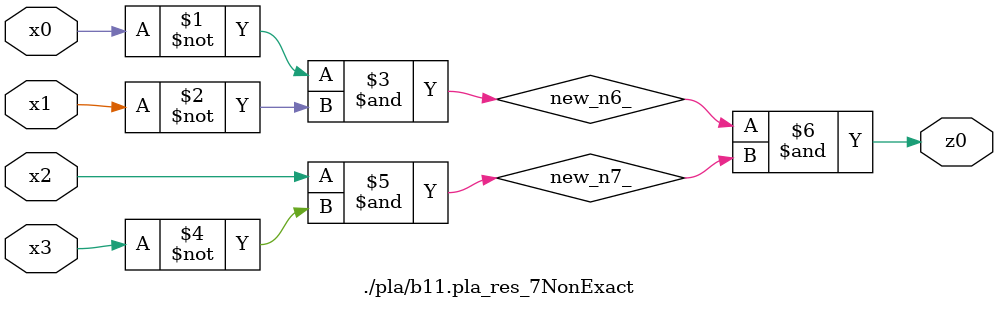
<source format=v>

module \./pla/b11.pla_res_7NonExact  ( 
    x0, x1, x2, x3,
    z0  );
  input  x0, x1, x2, x3;
  output z0;
  wire new_n6_, new_n7_;
  assign new_n6_ = ~x0 & ~x1;
  assign new_n7_ = x2 & ~x3;
  assign z0 = new_n6_ & new_n7_;
endmodule



</source>
